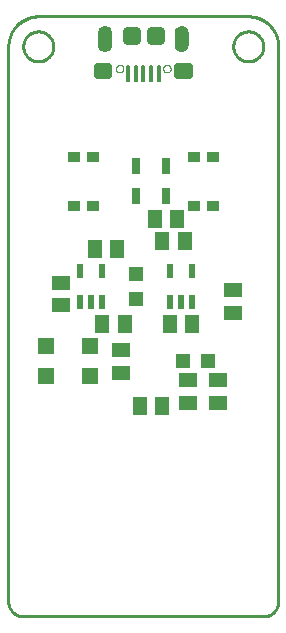
<source format=gtp>
G75*
%MOIN*%
%OFA0B0*%
%FSLAX25Y25*%
%IPPOS*%
%LPD*%
%AMOC8*
5,1,8,0,0,1.08239X$1,22.5*
%
%ADD10C,0.01000*%
%ADD11R,0.04882X0.05906*%
%ADD12R,0.02165X0.04724*%
%ADD13R,0.05906X0.04882*%
%ADD14R,0.03150X0.05315*%
%ADD15R,0.05512X0.05512*%
%ADD16R,0.03937X0.03543*%
%ADD17R,0.04724X0.04724*%
%ADD18C,0.00750*%
%ADD19C,0.02750*%
%ADD20C,0.02953*%
%ADD21C,0.00000*%
%ADD22C,0.00500*%
D10*
X0006800Y0021144D02*
X0086800Y0021144D01*
X0086940Y0021146D01*
X0087080Y0021152D01*
X0087220Y0021162D01*
X0087360Y0021175D01*
X0087499Y0021193D01*
X0087638Y0021215D01*
X0087775Y0021240D01*
X0087913Y0021269D01*
X0088049Y0021302D01*
X0088184Y0021339D01*
X0088318Y0021380D01*
X0088451Y0021425D01*
X0088583Y0021473D01*
X0088713Y0021525D01*
X0088842Y0021580D01*
X0088969Y0021639D01*
X0089095Y0021702D01*
X0089219Y0021768D01*
X0089340Y0021837D01*
X0089460Y0021910D01*
X0089578Y0021987D01*
X0089693Y0022066D01*
X0089807Y0022149D01*
X0089917Y0022235D01*
X0090026Y0022324D01*
X0090132Y0022416D01*
X0090235Y0022511D01*
X0090336Y0022608D01*
X0090433Y0022709D01*
X0090528Y0022812D01*
X0090620Y0022918D01*
X0090709Y0023027D01*
X0090795Y0023137D01*
X0090878Y0023251D01*
X0090957Y0023366D01*
X0091034Y0023484D01*
X0091107Y0023604D01*
X0091176Y0023725D01*
X0091242Y0023849D01*
X0091305Y0023975D01*
X0091364Y0024102D01*
X0091419Y0024231D01*
X0091471Y0024361D01*
X0091519Y0024493D01*
X0091564Y0024626D01*
X0091605Y0024760D01*
X0091642Y0024895D01*
X0091675Y0025031D01*
X0091704Y0025169D01*
X0091729Y0025306D01*
X0091751Y0025445D01*
X0091769Y0025584D01*
X0091782Y0025724D01*
X0091792Y0025864D01*
X0091798Y0026004D01*
X0091800Y0026144D01*
X0091800Y0211144D01*
X0076800Y0211144D02*
X0076802Y0211285D01*
X0076808Y0211426D01*
X0076818Y0211566D01*
X0076832Y0211706D01*
X0076850Y0211846D01*
X0076871Y0211985D01*
X0076897Y0212124D01*
X0076926Y0212262D01*
X0076960Y0212398D01*
X0076997Y0212534D01*
X0077038Y0212669D01*
X0077083Y0212803D01*
X0077132Y0212935D01*
X0077184Y0213066D01*
X0077240Y0213195D01*
X0077300Y0213322D01*
X0077363Y0213448D01*
X0077429Y0213572D01*
X0077500Y0213695D01*
X0077573Y0213815D01*
X0077650Y0213933D01*
X0077730Y0214049D01*
X0077814Y0214162D01*
X0077900Y0214273D01*
X0077990Y0214382D01*
X0078083Y0214488D01*
X0078178Y0214591D01*
X0078277Y0214692D01*
X0078378Y0214790D01*
X0078482Y0214885D01*
X0078589Y0214977D01*
X0078698Y0215066D01*
X0078810Y0215151D01*
X0078924Y0215234D01*
X0079040Y0215314D01*
X0079159Y0215390D01*
X0079280Y0215462D01*
X0079402Y0215532D01*
X0079527Y0215597D01*
X0079653Y0215660D01*
X0079781Y0215718D01*
X0079911Y0215773D01*
X0080042Y0215825D01*
X0080175Y0215872D01*
X0080309Y0215916D01*
X0080444Y0215957D01*
X0080580Y0215993D01*
X0080717Y0216025D01*
X0080855Y0216054D01*
X0080993Y0216079D01*
X0081133Y0216099D01*
X0081273Y0216116D01*
X0081413Y0216129D01*
X0081554Y0216138D01*
X0081694Y0216143D01*
X0081835Y0216144D01*
X0081976Y0216141D01*
X0082117Y0216134D01*
X0082257Y0216123D01*
X0082397Y0216108D01*
X0082537Y0216089D01*
X0082676Y0216067D01*
X0082814Y0216040D01*
X0082952Y0216010D01*
X0083088Y0215975D01*
X0083224Y0215937D01*
X0083358Y0215895D01*
X0083492Y0215849D01*
X0083624Y0215800D01*
X0083754Y0215746D01*
X0083883Y0215689D01*
X0084010Y0215629D01*
X0084136Y0215565D01*
X0084259Y0215497D01*
X0084381Y0215426D01*
X0084501Y0215352D01*
X0084618Y0215274D01*
X0084733Y0215193D01*
X0084846Y0215109D01*
X0084957Y0215022D01*
X0085065Y0214931D01*
X0085170Y0214838D01*
X0085273Y0214741D01*
X0085373Y0214642D01*
X0085470Y0214540D01*
X0085564Y0214435D01*
X0085655Y0214328D01*
X0085743Y0214218D01*
X0085828Y0214106D01*
X0085910Y0213991D01*
X0085989Y0213874D01*
X0086064Y0213755D01*
X0086136Y0213634D01*
X0086204Y0213511D01*
X0086269Y0213386D01*
X0086331Y0213259D01*
X0086388Y0213130D01*
X0086443Y0213000D01*
X0086493Y0212869D01*
X0086540Y0212736D01*
X0086583Y0212602D01*
X0086622Y0212466D01*
X0086657Y0212330D01*
X0086689Y0212193D01*
X0086716Y0212055D01*
X0086740Y0211916D01*
X0086760Y0211776D01*
X0086776Y0211636D01*
X0086788Y0211496D01*
X0086796Y0211355D01*
X0086800Y0211214D01*
X0086800Y0211074D01*
X0086796Y0210933D01*
X0086788Y0210792D01*
X0086776Y0210652D01*
X0086760Y0210512D01*
X0086740Y0210372D01*
X0086716Y0210233D01*
X0086689Y0210095D01*
X0086657Y0209958D01*
X0086622Y0209822D01*
X0086583Y0209686D01*
X0086540Y0209552D01*
X0086493Y0209419D01*
X0086443Y0209288D01*
X0086388Y0209158D01*
X0086331Y0209029D01*
X0086269Y0208902D01*
X0086204Y0208777D01*
X0086136Y0208654D01*
X0086064Y0208533D01*
X0085989Y0208414D01*
X0085910Y0208297D01*
X0085828Y0208182D01*
X0085743Y0208070D01*
X0085655Y0207960D01*
X0085564Y0207853D01*
X0085470Y0207748D01*
X0085373Y0207646D01*
X0085273Y0207547D01*
X0085170Y0207450D01*
X0085065Y0207357D01*
X0084957Y0207266D01*
X0084846Y0207179D01*
X0084733Y0207095D01*
X0084618Y0207014D01*
X0084501Y0206936D01*
X0084381Y0206862D01*
X0084259Y0206791D01*
X0084136Y0206723D01*
X0084010Y0206659D01*
X0083883Y0206599D01*
X0083754Y0206542D01*
X0083624Y0206488D01*
X0083492Y0206439D01*
X0083358Y0206393D01*
X0083224Y0206351D01*
X0083088Y0206313D01*
X0082952Y0206278D01*
X0082814Y0206248D01*
X0082676Y0206221D01*
X0082537Y0206199D01*
X0082397Y0206180D01*
X0082257Y0206165D01*
X0082117Y0206154D01*
X0081976Y0206147D01*
X0081835Y0206144D01*
X0081694Y0206145D01*
X0081554Y0206150D01*
X0081413Y0206159D01*
X0081273Y0206172D01*
X0081133Y0206189D01*
X0080993Y0206209D01*
X0080855Y0206234D01*
X0080717Y0206263D01*
X0080580Y0206295D01*
X0080444Y0206331D01*
X0080309Y0206372D01*
X0080175Y0206416D01*
X0080042Y0206463D01*
X0079911Y0206515D01*
X0079781Y0206570D01*
X0079653Y0206628D01*
X0079527Y0206691D01*
X0079402Y0206756D01*
X0079280Y0206826D01*
X0079159Y0206898D01*
X0079040Y0206974D01*
X0078924Y0207054D01*
X0078810Y0207137D01*
X0078698Y0207222D01*
X0078589Y0207311D01*
X0078482Y0207403D01*
X0078378Y0207498D01*
X0078277Y0207596D01*
X0078178Y0207697D01*
X0078083Y0207800D01*
X0077990Y0207906D01*
X0077900Y0208015D01*
X0077814Y0208126D01*
X0077730Y0208239D01*
X0077650Y0208355D01*
X0077573Y0208473D01*
X0077500Y0208593D01*
X0077429Y0208716D01*
X0077363Y0208840D01*
X0077300Y0208966D01*
X0077240Y0209093D01*
X0077184Y0209222D01*
X0077132Y0209353D01*
X0077083Y0209485D01*
X0077038Y0209619D01*
X0076997Y0209754D01*
X0076960Y0209890D01*
X0076926Y0210026D01*
X0076897Y0210164D01*
X0076871Y0210303D01*
X0076850Y0210442D01*
X0076832Y0210582D01*
X0076818Y0210722D01*
X0076808Y0210862D01*
X0076802Y0211003D01*
X0076800Y0211144D01*
X0081800Y0221144D02*
X0082042Y0221141D01*
X0082283Y0221132D01*
X0082524Y0221118D01*
X0082765Y0221097D01*
X0083005Y0221071D01*
X0083245Y0221039D01*
X0083484Y0221001D01*
X0083721Y0220958D01*
X0083958Y0220908D01*
X0084193Y0220853D01*
X0084427Y0220793D01*
X0084659Y0220726D01*
X0084890Y0220655D01*
X0085119Y0220577D01*
X0085346Y0220494D01*
X0085571Y0220406D01*
X0085794Y0220312D01*
X0086014Y0220213D01*
X0086232Y0220108D01*
X0086447Y0219999D01*
X0086660Y0219884D01*
X0086870Y0219764D01*
X0087076Y0219639D01*
X0087280Y0219509D01*
X0087481Y0219374D01*
X0087678Y0219234D01*
X0087872Y0219090D01*
X0088062Y0218941D01*
X0088248Y0218787D01*
X0088431Y0218629D01*
X0088610Y0218467D01*
X0088785Y0218300D01*
X0088956Y0218129D01*
X0089123Y0217954D01*
X0089285Y0217775D01*
X0089443Y0217592D01*
X0089597Y0217406D01*
X0089746Y0217216D01*
X0089890Y0217022D01*
X0090030Y0216825D01*
X0090165Y0216624D01*
X0090295Y0216420D01*
X0090420Y0216214D01*
X0090540Y0216004D01*
X0090655Y0215791D01*
X0090764Y0215576D01*
X0090869Y0215358D01*
X0090968Y0215138D01*
X0091062Y0214915D01*
X0091150Y0214690D01*
X0091233Y0214463D01*
X0091311Y0214234D01*
X0091382Y0214003D01*
X0091449Y0213771D01*
X0091509Y0213537D01*
X0091564Y0213302D01*
X0091614Y0213065D01*
X0091657Y0212828D01*
X0091695Y0212589D01*
X0091727Y0212349D01*
X0091753Y0212109D01*
X0091774Y0211868D01*
X0091788Y0211627D01*
X0091797Y0211386D01*
X0091800Y0211144D01*
X0081800Y0221144D02*
X0011800Y0221144D01*
X0006800Y0211144D02*
X0006802Y0211285D01*
X0006808Y0211426D01*
X0006818Y0211566D01*
X0006832Y0211706D01*
X0006850Y0211846D01*
X0006871Y0211985D01*
X0006897Y0212124D01*
X0006926Y0212262D01*
X0006960Y0212398D01*
X0006997Y0212534D01*
X0007038Y0212669D01*
X0007083Y0212803D01*
X0007132Y0212935D01*
X0007184Y0213066D01*
X0007240Y0213195D01*
X0007300Y0213322D01*
X0007363Y0213448D01*
X0007429Y0213572D01*
X0007500Y0213695D01*
X0007573Y0213815D01*
X0007650Y0213933D01*
X0007730Y0214049D01*
X0007814Y0214162D01*
X0007900Y0214273D01*
X0007990Y0214382D01*
X0008083Y0214488D01*
X0008178Y0214591D01*
X0008277Y0214692D01*
X0008378Y0214790D01*
X0008482Y0214885D01*
X0008589Y0214977D01*
X0008698Y0215066D01*
X0008810Y0215151D01*
X0008924Y0215234D01*
X0009040Y0215314D01*
X0009159Y0215390D01*
X0009280Y0215462D01*
X0009402Y0215532D01*
X0009527Y0215597D01*
X0009653Y0215660D01*
X0009781Y0215718D01*
X0009911Y0215773D01*
X0010042Y0215825D01*
X0010175Y0215872D01*
X0010309Y0215916D01*
X0010444Y0215957D01*
X0010580Y0215993D01*
X0010717Y0216025D01*
X0010855Y0216054D01*
X0010993Y0216079D01*
X0011133Y0216099D01*
X0011273Y0216116D01*
X0011413Y0216129D01*
X0011554Y0216138D01*
X0011694Y0216143D01*
X0011835Y0216144D01*
X0011976Y0216141D01*
X0012117Y0216134D01*
X0012257Y0216123D01*
X0012397Y0216108D01*
X0012537Y0216089D01*
X0012676Y0216067D01*
X0012814Y0216040D01*
X0012952Y0216010D01*
X0013088Y0215975D01*
X0013224Y0215937D01*
X0013358Y0215895D01*
X0013492Y0215849D01*
X0013624Y0215800D01*
X0013754Y0215746D01*
X0013883Y0215689D01*
X0014010Y0215629D01*
X0014136Y0215565D01*
X0014259Y0215497D01*
X0014381Y0215426D01*
X0014501Y0215352D01*
X0014618Y0215274D01*
X0014733Y0215193D01*
X0014846Y0215109D01*
X0014957Y0215022D01*
X0015065Y0214931D01*
X0015170Y0214838D01*
X0015273Y0214741D01*
X0015373Y0214642D01*
X0015470Y0214540D01*
X0015564Y0214435D01*
X0015655Y0214328D01*
X0015743Y0214218D01*
X0015828Y0214106D01*
X0015910Y0213991D01*
X0015989Y0213874D01*
X0016064Y0213755D01*
X0016136Y0213634D01*
X0016204Y0213511D01*
X0016269Y0213386D01*
X0016331Y0213259D01*
X0016388Y0213130D01*
X0016443Y0213000D01*
X0016493Y0212869D01*
X0016540Y0212736D01*
X0016583Y0212602D01*
X0016622Y0212466D01*
X0016657Y0212330D01*
X0016689Y0212193D01*
X0016716Y0212055D01*
X0016740Y0211916D01*
X0016760Y0211776D01*
X0016776Y0211636D01*
X0016788Y0211496D01*
X0016796Y0211355D01*
X0016800Y0211214D01*
X0016800Y0211074D01*
X0016796Y0210933D01*
X0016788Y0210792D01*
X0016776Y0210652D01*
X0016760Y0210512D01*
X0016740Y0210372D01*
X0016716Y0210233D01*
X0016689Y0210095D01*
X0016657Y0209958D01*
X0016622Y0209822D01*
X0016583Y0209686D01*
X0016540Y0209552D01*
X0016493Y0209419D01*
X0016443Y0209288D01*
X0016388Y0209158D01*
X0016331Y0209029D01*
X0016269Y0208902D01*
X0016204Y0208777D01*
X0016136Y0208654D01*
X0016064Y0208533D01*
X0015989Y0208414D01*
X0015910Y0208297D01*
X0015828Y0208182D01*
X0015743Y0208070D01*
X0015655Y0207960D01*
X0015564Y0207853D01*
X0015470Y0207748D01*
X0015373Y0207646D01*
X0015273Y0207547D01*
X0015170Y0207450D01*
X0015065Y0207357D01*
X0014957Y0207266D01*
X0014846Y0207179D01*
X0014733Y0207095D01*
X0014618Y0207014D01*
X0014501Y0206936D01*
X0014381Y0206862D01*
X0014259Y0206791D01*
X0014136Y0206723D01*
X0014010Y0206659D01*
X0013883Y0206599D01*
X0013754Y0206542D01*
X0013624Y0206488D01*
X0013492Y0206439D01*
X0013358Y0206393D01*
X0013224Y0206351D01*
X0013088Y0206313D01*
X0012952Y0206278D01*
X0012814Y0206248D01*
X0012676Y0206221D01*
X0012537Y0206199D01*
X0012397Y0206180D01*
X0012257Y0206165D01*
X0012117Y0206154D01*
X0011976Y0206147D01*
X0011835Y0206144D01*
X0011694Y0206145D01*
X0011554Y0206150D01*
X0011413Y0206159D01*
X0011273Y0206172D01*
X0011133Y0206189D01*
X0010993Y0206209D01*
X0010855Y0206234D01*
X0010717Y0206263D01*
X0010580Y0206295D01*
X0010444Y0206331D01*
X0010309Y0206372D01*
X0010175Y0206416D01*
X0010042Y0206463D01*
X0009911Y0206515D01*
X0009781Y0206570D01*
X0009653Y0206628D01*
X0009527Y0206691D01*
X0009402Y0206756D01*
X0009280Y0206826D01*
X0009159Y0206898D01*
X0009040Y0206974D01*
X0008924Y0207054D01*
X0008810Y0207137D01*
X0008698Y0207222D01*
X0008589Y0207311D01*
X0008482Y0207403D01*
X0008378Y0207498D01*
X0008277Y0207596D01*
X0008178Y0207697D01*
X0008083Y0207800D01*
X0007990Y0207906D01*
X0007900Y0208015D01*
X0007814Y0208126D01*
X0007730Y0208239D01*
X0007650Y0208355D01*
X0007573Y0208473D01*
X0007500Y0208593D01*
X0007429Y0208716D01*
X0007363Y0208840D01*
X0007300Y0208966D01*
X0007240Y0209093D01*
X0007184Y0209222D01*
X0007132Y0209353D01*
X0007083Y0209485D01*
X0007038Y0209619D01*
X0006997Y0209754D01*
X0006960Y0209890D01*
X0006926Y0210026D01*
X0006897Y0210164D01*
X0006871Y0210303D01*
X0006850Y0210442D01*
X0006832Y0210582D01*
X0006818Y0210722D01*
X0006808Y0210862D01*
X0006802Y0211003D01*
X0006800Y0211144D01*
X0001800Y0211144D02*
X0001803Y0211386D01*
X0001812Y0211627D01*
X0001826Y0211868D01*
X0001847Y0212109D01*
X0001873Y0212349D01*
X0001905Y0212589D01*
X0001943Y0212828D01*
X0001986Y0213065D01*
X0002036Y0213302D01*
X0002091Y0213537D01*
X0002151Y0213771D01*
X0002218Y0214003D01*
X0002289Y0214234D01*
X0002367Y0214463D01*
X0002450Y0214690D01*
X0002538Y0214915D01*
X0002632Y0215138D01*
X0002731Y0215358D01*
X0002836Y0215576D01*
X0002945Y0215791D01*
X0003060Y0216004D01*
X0003180Y0216214D01*
X0003305Y0216420D01*
X0003435Y0216624D01*
X0003570Y0216825D01*
X0003710Y0217022D01*
X0003854Y0217216D01*
X0004003Y0217406D01*
X0004157Y0217592D01*
X0004315Y0217775D01*
X0004477Y0217954D01*
X0004644Y0218129D01*
X0004815Y0218300D01*
X0004990Y0218467D01*
X0005169Y0218629D01*
X0005352Y0218787D01*
X0005538Y0218941D01*
X0005728Y0219090D01*
X0005922Y0219234D01*
X0006119Y0219374D01*
X0006320Y0219509D01*
X0006524Y0219639D01*
X0006730Y0219764D01*
X0006940Y0219884D01*
X0007153Y0219999D01*
X0007368Y0220108D01*
X0007586Y0220213D01*
X0007806Y0220312D01*
X0008029Y0220406D01*
X0008254Y0220494D01*
X0008481Y0220577D01*
X0008710Y0220655D01*
X0008941Y0220726D01*
X0009173Y0220793D01*
X0009407Y0220853D01*
X0009642Y0220908D01*
X0009879Y0220958D01*
X0010116Y0221001D01*
X0010355Y0221039D01*
X0010595Y0221071D01*
X0010835Y0221097D01*
X0011076Y0221118D01*
X0011317Y0221132D01*
X0011558Y0221141D01*
X0011800Y0221144D01*
X0001800Y0211144D02*
X0001800Y0026144D01*
X0001802Y0026004D01*
X0001808Y0025864D01*
X0001818Y0025724D01*
X0001831Y0025584D01*
X0001849Y0025445D01*
X0001871Y0025306D01*
X0001896Y0025169D01*
X0001925Y0025031D01*
X0001958Y0024895D01*
X0001995Y0024760D01*
X0002036Y0024626D01*
X0002081Y0024493D01*
X0002129Y0024361D01*
X0002181Y0024231D01*
X0002236Y0024102D01*
X0002295Y0023975D01*
X0002358Y0023849D01*
X0002424Y0023725D01*
X0002493Y0023604D01*
X0002566Y0023484D01*
X0002643Y0023366D01*
X0002722Y0023251D01*
X0002805Y0023137D01*
X0002891Y0023027D01*
X0002980Y0022918D01*
X0003072Y0022812D01*
X0003167Y0022709D01*
X0003264Y0022608D01*
X0003365Y0022511D01*
X0003468Y0022416D01*
X0003574Y0022324D01*
X0003683Y0022235D01*
X0003793Y0022149D01*
X0003907Y0022066D01*
X0004022Y0021987D01*
X0004140Y0021910D01*
X0004260Y0021837D01*
X0004381Y0021768D01*
X0004505Y0021702D01*
X0004631Y0021639D01*
X0004758Y0021580D01*
X0004887Y0021525D01*
X0005017Y0021473D01*
X0005149Y0021425D01*
X0005282Y0021380D01*
X0005416Y0021339D01*
X0005551Y0021302D01*
X0005687Y0021269D01*
X0005825Y0021240D01*
X0005962Y0021215D01*
X0006101Y0021193D01*
X0006240Y0021175D01*
X0006380Y0021162D01*
X0006520Y0021152D01*
X0006660Y0021146D01*
X0006800Y0021144D01*
D11*
X0045560Y0091144D03*
X0053040Y0091144D03*
X0055560Y0118644D03*
X0063040Y0118644D03*
X0060540Y0146144D03*
X0058040Y0153644D03*
X0053060Y0146144D03*
X0050560Y0153644D03*
X0038040Y0143644D03*
X0030560Y0143644D03*
X0033060Y0118644D03*
X0040540Y0118644D03*
D12*
X0033040Y0126026D03*
X0029300Y0126026D03*
X0025560Y0126026D03*
X0025560Y0136263D03*
X0033040Y0136263D03*
X0055560Y0136263D03*
X0055560Y0126026D03*
X0059300Y0126026D03*
X0063040Y0126026D03*
X0063040Y0136263D03*
D13*
X0076800Y0129884D03*
X0076800Y0122404D03*
X0071800Y0099884D03*
X0071800Y0092404D03*
X0061800Y0092404D03*
X0061800Y0099884D03*
X0039300Y0102404D03*
X0039300Y0109884D03*
X0019300Y0124904D03*
X0019300Y0132384D03*
D14*
X0044300Y0161144D03*
X0044300Y0171144D03*
X0054300Y0171144D03*
X0054300Y0161144D03*
D15*
X0029083Y0111144D03*
X0029083Y0101144D03*
X0014517Y0101144D03*
X0014517Y0111144D03*
D16*
X0023650Y0158073D03*
X0029950Y0158073D03*
X0029950Y0174215D03*
X0023650Y0174215D03*
X0063650Y0174215D03*
X0069950Y0174215D03*
X0069950Y0158073D03*
X0063650Y0158073D03*
D17*
X0044300Y0135278D03*
X0044300Y0127010D03*
X0060166Y0106144D03*
X0068434Y0106144D03*
D18*
X0052293Y0199503D02*
X0051543Y0199503D01*
X0051543Y0204753D01*
X0052293Y0204753D01*
X0052293Y0199503D01*
X0052293Y0200252D02*
X0051543Y0200252D01*
X0051543Y0201001D02*
X0052293Y0201001D01*
X0052293Y0201750D02*
X0051543Y0201750D01*
X0051543Y0202499D02*
X0052293Y0202499D01*
X0052293Y0203248D02*
X0051543Y0203248D01*
X0051543Y0203997D02*
X0052293Y0203997D01*
X0052293Y0204746D02*
X0051543Y0204746D01*
X0049734Y0199503D02*
X0048984Y0199503D01*
X0048984Y0204753D01*
X0049734Y0204753D01*
X0049734Y0199503D01*
X0049734Y0200252D02*
X0048984Y0200252D01*
X0048984Y0201001D02*
X0049734Y0201001D01*
X0049734Y0201750D02*
X0048984Y0201750D01*
X0048984Y0202499D02*
X0049734Y0202499D01*
X0049734Y0203248D02*
X0048984Y0203248D01*
X0048984Y0203997D02*
X0049734Y0203997D01*
X0049734Y0204746D02*
X0048984Y0204746D01*
X0047175Y0199503D02*
X0046425Y0199503D01*
X0046425Y0204753D01*
X0047175Y0204753D01*
X0047175Y0199503D01*
X0047175Y0200252D02*
X0046425Y0200252D01*
X0046425Y0201001D02*
X0047175Y0201001D01*
X0047175Y0201750D02*
X0046425Y0201750D01*
X0046425Y0202499D02*
X0047175Y0202499D01*
X0047175Y0203248D02*
X0046425Y0203248D01*
X0046425Y0203997D02*
X0047175Y0203997D01*
X0047175Y0204746D02*
X0046425Y0204746D01*
X0044616Y0199503D02*
X0043866Y0199503D01*
X0043866Y0204753D01*
X0044616Y0204753D01*
X0044616Y0199503D01*
X0044616Y0200252D02*
X0043866Y0200252D01*
X0043866Y0201001D02*
X0044616Y0201001D01*
X0044616Y0201750D02*
X0043866Y0201750D01*
X0043866Y0202499D02*
X0044616Y0202499D01*
X0044616Y0203248D02*
X0043866Y0203248D01*
X0043866Y0203997D02*
X0044616Y0203997D01*
X0044616Y0204746D02*
X0043866Y0204746D01*
X0042057Y0199503D02*
X0041307Y0199503D01*
X0041307Y0204753D01*
X0042057Y0204753D01*
X0042057Y0199503D01*
X0042057Y0200252D02*
X0041307Y0200252D01*
X0041307Y0201001D02*
X0042057Y0201001D01*
X0042057Y0201750D02*
X0041307Y0201750D01*
X0041307Y0202499D02*
X0042057Y0202499D01*
X0042057Y0203248D02*
X0041307Y0203248D01*
X0041307Y0203997D02*
X0042057Y0203997D01*
X0042057Y0204746D02*
X0041307Y0204746D01*
D19*
X0031640Y0204200D02*
X0031640Y0201450D01*
X0031640Y0204200D02*
X0035188Y0204200D01*
X0035188Y0201450D01*
X0031640Y0201450D01*
X0031640Y0204199D02*
X0035188Y0204199D01*
X0058412Y0204200D02*
X0058412Y0201450D01*
X0058412Y0204200D02*
X0061960Y0204200D01*
X0061960Y0201450D01*
X0058412Y0201450D01*
X0058412Y0204199D02*
X0061960Y0204199D01*
D20*
X0052214Y0216401D02*
X0049260Y0216401D01*
X0052214Y0216401D02*
X0052214Y0213447D01*
X0049260Y0213447D01*
X0049260Y0216401D01*
X0049260Y0216399D02*
X0052214Y0216399D01*
X0044340Y0216401D02*
X0041386Y0216401D01*
X0044340Y0216401D02*
X0044340Y0213447D01*
X0041386Y0213447D01*
X0041386Y0216401D01*
X0041386Y0216399D02*
X0044340Y0216399D01*
D21*
X0037676Y0203703D02*
X0037678Y0203773D01*
X0037684Y0203843D01*
X0037694Y0203912D01*
X0037707Y0203981D01*
X0037725Y0204049D01*
X0037746Y0204116D01*
X0037771Y0204181D01*
X0037800Y0204245D01*
X0037832Y0204308D01*
X0037868Y0204368D01*
X0037907Y0204426D01*
X0037949Y0204482D01*
X0037994Y0204536D01*
X0038042Y0204587D01*
X0038093Y0204635D01*
X0038147Y0204680D01*
X0038203Y0204722D01*
X0038261Y0204761D01*
X0038321Y0204797D01*
X0038384Y0204829D01*
X0038448Y0204858D01*
X0038513Y0204883D01*
X0038580Y0204904D01*
X0038648Y0204922D01*
X0038717Y0204935D01*
X0038786Y0204945D01*
X0038856Y0204951D01*
X0038926Y0204953D01*
X0038996Y0204951D01*
X0039066Y0204945D01*
X0039135Y0204935D01*
X0039204Y0204922D01*
X0039272Y0204904D01*
X0039339Y0204883D01*
X0039404Y0204858D01*
X0039468Y0204829D01*
X0039531Y0204797D01*
X0039591Y0204761D01*
X0039649Y0204722D01*
X0039705Y0204680D01*
X0039759Y0204635D01*
X0039810Y0204587D01*
X0039858Y0204536D01*
X0039903Y0204482D01*
X0039945Y0204426D01*
X0039984Y0204368D01*
X0040020Y0204308D01*
X0040052Y0204245D01*
X0040081Y0204181D01*
X0040106Y0204116D01*
X0040127Y0204049D01*
X0040145Y0203981D01*
X0040158Y0203912D01*
X0040168Y0203843D01*
X0040174Y0203773D01*
X0040176Y0203703D01*
X0040174Y0203633D01*
X0040168Y0203563D01*
X0040158Y0203494D01*
X0040145Y0203425D01*
X0040127Y0203357D01*
X0040106Y0203290D01*
X0040081Y0203225D01*
X0040052Y0203161D01*
X0040020Y0203098D01*
X0039984Y0203038D01*
X0039945Y0202980D01*
X0039903Y0202924D01*
X0039858Y0202870D01*
X0039810Y0202819D01*
X0039759Y0202771D01*
X0039705Y0202726D01*
X0039649Y0202684D01*
X0039591Y0202645D01*
X0039531Y0202609D01*
X0039468Y0202577D01*
X0039404Y0202548D01*
X0039339Y0202523D01*
X0039272Y0202502D01*
X0039204Y0202484D01*
X0039135Y0202471D01*
X0039066Y0202461D01*
X0038996Y0202455D01*
X0038926Y0202453D01*
X0038856Y0202455D01*
X0038786Y0202461D01*
X0038717Y0202471D01*
X0038648Y0202484D01*
X0038580Y0202502D01*
X0038513Y0202523D01*
X0038448Y0202548D01*
X0038384Y0202577D01*
X0038321Y0202609D01*
X0038261Y0202645D01*
X0038203Y0202684D01*
X0038147Y0202726D01*
X0038093Y0202771D01*
X0038042Y0202819D01*
X0037994Y0202870D01*
X0037949Y0202924D01*
X0037907Y0202980D01*
X0037868Y0203038D01*
X0037832Y0203098D01*
X0037800Y0203161D01*
X0037771Y0203225D01*
X0037746Y0203290D01*
X0037725Y0203357D01*
X0037707Y0203425D01*
X0037694Y0203494D01*
X0037684Y0203563D01*
X0037678Y0203633D01*
X0037676Y0203703D01*
X0053424Y0203703D02*
X0053426Y0203773D01*
X0053432Y0203843D01*
X0053442Y0203912D01*
X0053455Y0203981D01*
X0053473Y0204049D01*
X0053494Y0204116D01*
X0053519Y0204181D01*
X0053548Y0204245D01*
X0053580Y0204308D01*
X0053616Y0204368D01*
X0053655Y0204426D01*
X0053697Y0204482D01*
X0053742Y0204536D01*
X0053790Y0204587D01*
X0053841Y0204635D01*
X0053895Y0204680D01*
X0053951Y0204722D01*
X0054009Y0204761D01*
X0054069Y0204797D01*
X0054132Y0204829D01*
X0054196Y0204858D01*
X0054261Y0204883D01*
X0054328Y0204904D01*
X0054396Y0204922D01*
X0054465Y0204935D01*
X0054534Y0204945D01*
X0054604Y0204951D01*
X0054674Y0204953D01*
X0054744Y0204951D01*
X0054814Y0204945D01*
X0054883Y0204935D01*
X0054952Y0204922D01*
X0055020Y0204904D01*
X0055087Y0204883D01*
X0055152Y0204858D01*
X0055216Y0204829D01*
X0055279Y0204797D01*
X0055339Y0204761D01*
X0055397Y0204722D01*
X0055453Y0204680D01*
X0055507Y0204635D01*
X0055558Y0204587D01*
X0055606Y0204536D01*
X0055651Y0204482D01*
X0055693Y0204426D01*
X0055732Y0204368D01*
X0055768Y0204308D01*
X0055800Y0204245D01*
X0055829Y0204181D01*
X0055854Y0204116D01*
X0055875Y0204049D01*
X0055893Y0203981D01*
X0055906Y0203912D01*
X0055916Y0203843D01*
X0055922Y0203773D01*
X0055924Y0203703D01*
X0055922Y0203633D01*
X0055916Y0203563D01*
X0055906Y0203494D01*
X0055893Y0203425D01*
X0055875Y0203357D01*
X0055854Y0203290D01*
X0055829Y0203225D01*
X0055800Y0203161D01*
X0055768Y0203098D01*
X0055732Y0203038D01*
X0055693Y0202980D01*
X0055651Y0202924D01*
X0055606Y0202870D01*
X0055558Y0202819D01*
X0055507Y0202771D01*
X0055453Y0202726D01*
X0055397Y0202684D01*
X0055339Y0202645D01*
X0055279Y0202609D01*
X0055216Y0202577D01*
X0055152Y0202548D01*
X0055087Y0202523D01*
X0055020Y0202502D01*
X0054952Y0202484D01*
X0054883Y0202471D01*
X0054814Y0202461D01*
X0054744Y0202455D01*
X0054674Y0202453D01*
X0054604Y0202455D01*
X0054534Y0202461D01*
X0054465Y0202471D01*
X0054396Y0202484D01*
X0054328Y0202502D01*
X0054261Y0202523D01*
X0054196Y0202548D01*
X0054132Y0202577D01*
X0054069Y0202609D01*
X0054009Y0202645D01*
X0053951Y0202684D01*
X0053895Y0202726D01*
X0053841Y0202771D01*
X0053790Y0202819D01*
X0053742Y0202870D01*
X0053697Y0202924D01*
X0053655Y0202980D01*
X0053616Y0203038D01*
X0053580Y0203098D01*
X0053548Y0203161D01*
X0053519Y0203225D01*
X0053494Y0203290D01*
X0053473Y0203357D01*
X0053455Y0203425D01*
X0053442Y0203494D01*
X0053432Y0203563D01*
X0053426Y0203633D01*
X0053424Y0203703D01*
D22*
X0058303Y0210080D02*
X0057986Y0210397D01*
X0057748Y0210776D01*
X0057600Y0211199D01*
X0057550Y0211644D01*
X0057550Y0215644D01*
X0057600Y0216089D01*
X0057748Y0216512D01*
X0057986Y0216891D01*
X0058303Y0217208D01*
X0058682Y0217446D01*
X0059105Y0217594D01*
X0059550Y0217644D01*
X0059995Y0217594D01*
X0060418Y0217446D01*
X0060797Y0217208D01*
X0061114Y0216891D01*
X0061352Y0216512D01*
X0061500Y0216089D01*
X0061550Y0215644D01*
X0061550Y0211644D01*
X0061500Y0211199D01*
X0061352Y0210776D01*
X0061114Y0210397D01*
X0060797Y0210080D01*
X0060418Y0209842D01*
X0059995Y0209694D01*
X0059550Y0209644D01*
X0059105Y0209694D01*
X0058682Y0209842D01*
X0058303Y0210080D01*
X0058304Y0210080D02*
X0060796Y0210080D01*
X0061228Y0210578D02*
X0057872Y0210578D01*
X0057643Y0211077D02*
X0061457Y0211077D01*
X0061542Y0211575D02*
X0057558Y0211575D01*
X0057550Y0212074D02*
X0061550Y0212074D01*
X0061550Y0212572D02*
X0057550Y0212572D01*
X0057550Y0213071D02*
X0061550Y0213071D01*
X0061550Y0213569D02*
X0057550Y0213569D01*
X0057550Y0214068D02*
X0061550Y0214068D01*
X0061550Y0214566D02*
X0057550Y0214566D01*
X0057550Y0215065D02*
X0061550Y0215065D01*
X0061550Y0215564D02*
X0057550Y0215564D01*
X0057597Y0216062D02*
X0061503Y0216062D01*
X0061321Y0216561D02*
X0057779Y0216561D01*
X0058154Y0217059D02*
X0060946Y0217059D01*
X0060099Y0217558D02*
X0059001Y0217558D01*
X0036050Y0215644D02*
X0036050Y0211644D01*
X0036000Y0211199D01*
X0035852Y0210776D01*
X0035614Y0210397D01*
X0035297Y0210080D01*
X0034918Y0209842D01*
X0034495Y0209694D01*
X0034050Y0209644D01*
X0033605Y0209694D01*
X0033182Y0209842D01*
X0032803Y0210080D01*
X0032486Y0210397D01*
X0032248Y0210776D01*
X0032100Y0211199D01*
X0032050Y0211644D01*
X0032050Y0215644D01*
X0032100Y0216089D01*
X0032248Y0216512D01*
X0032486Y0216891D01*
X0032803Y0217208D01*
X0033182Y0217446D01*
X0033605Y0217594D01*
X0034050Y0217644D01*
X0034495Y0217594D01*
X0034918Y0217446D01*
X0035297Y0217208D01*
X0035614Y0216891D01*
X0035852Y0216512D01*
X0036000Y0216089D01*
X0036050Y0215644D01*
X0036050Y0215564D02*
X0032050Y0215564D01*
X0032050Y0215065D02*
X0036050Y0215065D01*
X0036050Y0214566D02*
X0032050Y0214566D01*
X0032050Y0214068D02*
X0036050Y0214068D01*
X0036050Y0213569D02*
X0032050Y0213569D01*
X0032050Y0213071D02*
X0036050Y0213071D01*
X0036050Y0212572D02*
X0032050Y0212572D01*
X0032050Y0212074D02*
X0036050Y0212074D01*
X0036042Y0211575D02*
X0032058Y0211575D01*
X0032143Y0211077D02*
X0035957Y0211077D01*
X0035728Y0210578D02*
X0032372Y0210578D01*
X0032804Y0210080D02*
X0035296Y0210080D01*
X0036003Y0216062D02*
X0032097Y0216062D01*
X0032279Y0216561D02*
X0035821Y0216561D01*
X0035446Y0217059D02*
X0032654Y0217059D01*
X0033501Y0217558D02*
X0034599Y0217558D01*
M02*

</source>
